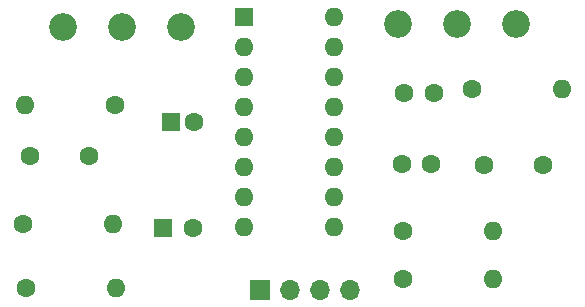
<source format=gbr>
%TF.GenerationSoftware,KiCad,Pcbnew,7.0.11+dfsg-1build4*%
%TF.CreationDate,2026-02-07T21:52:43-05:00*%
%TF.ProjectId,redllama,7265646c-6c61-46d6-912e-6b696361645f,rev?*%
%TF.SameCoordinates,Original*%
%TF.FileFunction,Soldermask,Bot*%
%TF.FilePolarity,Negative*%
%FSLAX46Y46*%
G04 Gerber Fmt 4.6, Leading zero omitted, Abs format (unit mm)*
G04 Created by KiCad (PCBNEW 7.0.11+dfsg-1build4) date 2026-02-07 21:52:43*
%MOMM*%
%LPD*%
G01*
G04 APERTURE LIST*
%ADD10C,1.600000*%
%ADD11O,1.600000X1.600000*%
%ADD12R,1.700000X1.700000*%
%ADD13O,1.700000X1.700000*%
%ADD14C,2.340000*%
%ADD15R,1.600000X1.600000*%
G04 APERTURE END LIST*
D10*
%TO.C,R3*%
X134493000Y-120777000D03*
D11*
X142113000Y-120777000D03*
%TD*%
D12*
%TO.C,J1*%
X122428000Y-125730000D03*
D13*
X124968000Y-125730000D03*
X127508000Y-125730000D03*
X130048000Y-125730000D03*
%TD*%
D10*
%TO.C,R4*%
X102362000Y-120142000D03*
D11*
X109982000Y-120142000D03*
%TD*%
D10*
%TO.C,C2*%
X137120000Y-109093000D03*
X134620000Y-109093000D03*
%TD*%
%TO.C,R1*%
X110109000Y-110109000D03*
D11*
X102489000Y-110109000D03*
%TD*%
D14*
%TO.C,RV2*%
X115744000Y-103505000D03*
X110744000Y-103505000D03*
X105744000Y-103505000D03*
%TD*%
D15*
%TO.C,C5*%
X114840000Y-111506000D03*
D10*
X116840000Y-111506000D03*
%TD*%
%TO.C,C3*%
X141391000Y-115189000D03*
X146391000Y-115189000D03*
%TD*%
%TO.C,R6*%
X102590000Y-125600000D03*
D11*
X110210000Y-125600000D03*
%TD*%
D15*
%TO.C,C6*%
X114213000Y-120523000D03*
D10*
X116713000Y-120523000D03*
%TD*%
D15*
%TO.C,U1*%
X121031000Y-102616000D03*
D11*
X121031000Y-105156000D03*
X121031000Y-107696000D03*
X121031000Y-110236000D03*
X121031000Y-112776000D03*
X121031000Y-115316000D03*
X121031000Y-117856000D03*
X121031000Y-120396000D03*
X128651000Y-120396000D03*
X128651000Y-117856000D03*
X128651000Y-115316000D03*
X128651000Y-112776000D03*
X128651000Y-110236000D03*
X128651000Y-107696000D03*
X128651000Y-105156000D03*
X128651000Y-102616000D03*
%TD*%
D10*
%TO.C,R5*%
X134493000Y-124841000D03*
D11*
X142113000Y-124841000D03*
%TD*%
D10*
%TO.C,R2*%
X140335000Y-108712000D03*
D11*
X147955000Y-108712000D03*
%TD*%
D10*
%TO.C,C1*%
X102910000Y-114427000D03*
X107910000Y-114427000D03*
%TD*%
%TO.C,C4*%
X134386000Y-115062000D03*
X136886000Y-115062000D03*
%TD*%
D14*
%TO.C,RV1*%
X144065000Y-103251000D03*
X139065000Y-103251000D03*
X134065000Y-103251000D03*
%TD*%
M02*

</source>
